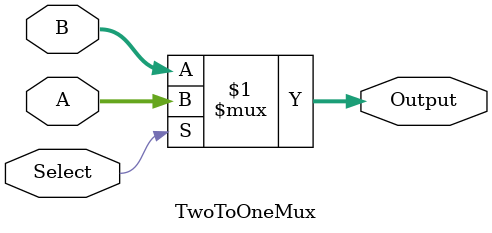
<source format=sv>
module BarrelShifter(In, ShiftAmount, ShiftIn, Out);
  parameter nBITS = 32;
  input [nBITS-1:0] In;
  input [$clog2(nBITS)-1:0] ShiftAmount;
  input ShiftIn;
  output [nBITS-1:0] Out;

//   ShiftIn=0 -> logical left shift
//   ShiftIn=1 -> logical right shift
  assign Out = ShiftIn ? (In >> ShiftAmount) : (In << ShiftAmount);

endmodule: BarrelShifter

module TwoToOneMux(A, B, Select, Output);
  parameter nBITS = 32;
  input [nBITS-1:0]A, B;
  input Select;
  output [nBITS-1:0]Output;
  assign Output = Select ? A: B;

endmodule: TwoToOneMux
</source>
